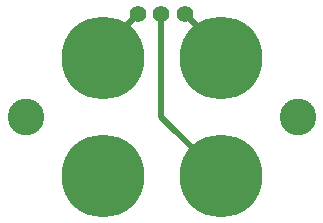
<source format=gbr>
G04 (created by PCBNEW (2013-may-18)-stable) date Вс 25 окт 2015 21:35:21*
%MOIN*%
G04 Gerber Fmt 3.4, Leading zero omitted, Abs format*
%FSLAX34Y34*%
G01*
G70*
G90*
G04 APERTURE LIST*
%ADD10C,0.00393701*%
%ADD11C,0.275591*%
%ADD12C,0.122047*%
%ADD13C,0.0551181*%
%ADD14C,0.019685*%
G04 APERTURE END LIST*
G54D10*
G54D11*
X13501Y-12113D03*
X9564Y-12113D03*
X13501Y-8176D03*
X9564Y-8176D03*
G54D12*
X16060Y-10145D03*
X7005Y-10145D03*
G54D13*
X12303Y-6692D03*
X11515Y-6692D03*
X10728Y-6692D03*
G54D14*
X13501Y-8176D02*
X13501Y-7890D01*
X13501Y-7890D02*
X12303Y-6692D01*
X11515Y-6692D02*
X11515Y-10128D01*
X11515Y-10128D02*
X13501Y-12113D01*
X9564Y-8176D02*
X9564Y-7857D01*
X9564Y-8176D02*
X9606Y-8176D01*
X9564Y-7857D02*
X10728Y-6692D01*
M02*

</source>
